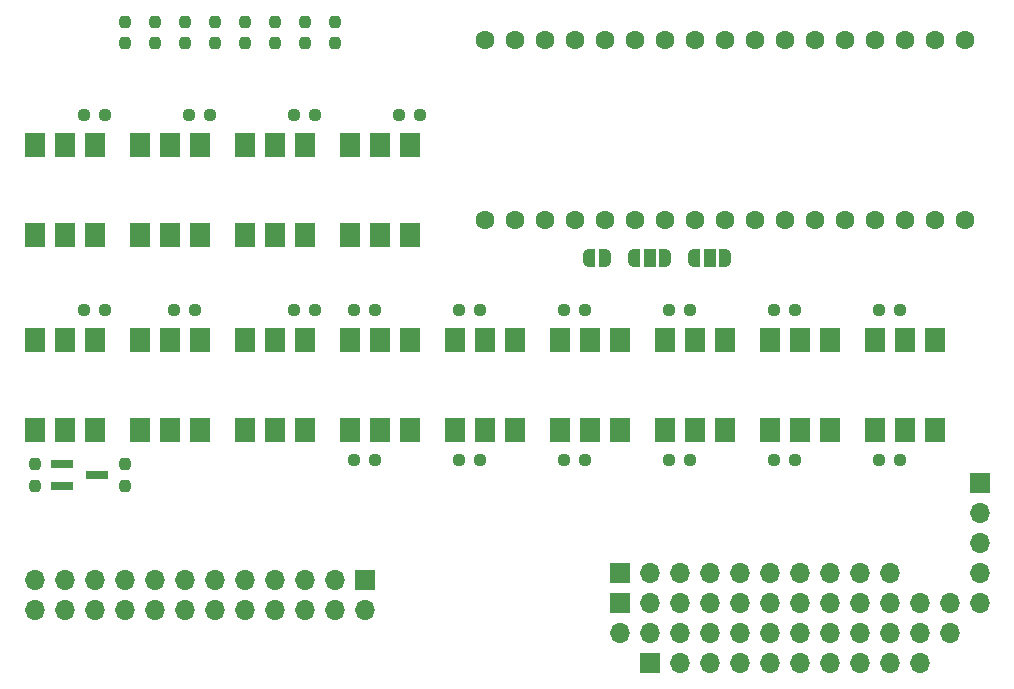
<source format=gbr>
%TF.GenerationSoftware,KiCad,Pcbnew,(6.0.7)*%
%TF.CreationDate,2022-09-10T09:27:16+02:00*%
%TF.ProjectId,K616_USB_IF,4b363136-5f55-4534-925f-49462e6b6963,0*%
%TF.SameCoordinates,PX73df160PY5f71980*%
%TF.FileFunction,Soldermask,Top*%
%TF.FilePolarity,Negative*%
%FSLAX46Y46*%
G04 Gerber Fmt 4.6, Leading zero omitted, Abs format (unit mm)*
G04 Created by KiCad (PCBNEW (6.0.7)) date 2022-09-10 09:27:16*
%MOMM*%
%LPD*%
G01*
G04 APERTURE LIST*
G04 Aperture macros list*
%AMRoundRect*
0 Rectangle with rounded corners*
0 $1 Rounding radius*
0 $2 $3 $4 $5 $6 $7 $8 $9 X,Y pos of 4 corners*
0 Add a 4 corners polygon primitive as box body*
4,1,4,$2,$3,$4,$5,$6,$7,$8,$9,$2,$3,0*
0 Add four circle primitives for the rounded corners*
1,1,$1+$1,$2,$3*
1,1,$1+$1,$4,$5*
1,1,$1+$1,$6,$7*
1,1,$1+$1,$8,$9*
0 Add four rect primitives between the rounded corners*
20,1,$1+$1,$2,$3,$4,$5,0*
20,1,$1+$1,$4,$5,$6,$7,0*
20,1,$1+$1,$6,$7,$8,$9,0*
20,1,$1+$1,$8,$9,$2,$3,0*%
%AMFreePoly0*
4,1,22,0.550000,-0.750000,0.000000,-0.750000,0.000000,-0.745033,-0.079941,-0.743568,-0.215256,-0.701293,-0.333266,-0.622738,-0.424486,-0.514219,-0.481581,-0.384460,-0.499164,-0.250000,-0.500000,-0.250000,-0.500000,0.250000,-0.499164,0.250000,-0.499963,0.256109,-0.478152,0.396186,-0.417904,0.524511,-0.324060,0.630769,-0.204165,0.706417,-0.067858,0.745374,0.000000,0.744959,0.000000,0.750000,
0.550000,0.750000,0.550000,-0.750000,0.550000,-0.750000,$1*%
%AMFreePoly1*
4,1,20,0.000000,0.744959,0.073905,0.744508,0.209726,0.703889,0.328688,0.626782,0.421226,0.519385,0.479903,0.390333,0.500000,0.250000,0.500000,-0.250000,0.499851,-0.262216,0.476331,-0.402017,0.414519,-0.529596,0.319384,-0.634700,0.198574,-0.708877,0.061801,-0.746166,0.000000,-0.745033,0.000000,-0.750000,-0.550000,-0.750000,-0.550000,0.750000,0.000000,0.750000,0.000000,0.744959,
0.000000,0.744959,$1*%
%AMFreePoly2*
4,1,22,0.500000,-0.750000,0.000000,-0.750000,0.000000,-0.745033,-0.079941,-0.743568,-0.215256,-0.701293,-0.333266,-0.622738,-0.424486,-0.514219,-0.481581,-0.384460,-0.499164,-0.250000,-0.500000,-0.250000,-0.500000,0.250000,-0.499164,0.250000,-0.499963,0.256109,-0.478152,0.396186,-0.417904,0.524511,-0.324060,0.630769,-0.204165,0.706417,-0.067858,0.745374,0.000000,0.744959,0.000000,0.750000,
0.500000,0.750000,0.500000,-0.750000,0.500000,-0.750000,$1*%
%AMFreePoly3*
4,1,20,0.000000,0.744959,0.073905,0.744508,0.209726,0.703889,0.328688,0.626782,0.421226,0.519385,0.479903,0.390333,0.500000,0.250000,0.500000,-0.250000,0.499851,-0.262216,0.476331,-0.402017,0.414519,-0.529596,0.319384,-0.634700,0.198574,-0.708877,0.061801,-0.746166,0.000000,-0.745033,0.000000,-0.750000,-0.500000,-0.750000,-0.500000,0.750000,0.000000,0.750000,0.000000,0.744959,
0.000000,0.744959,$1*%
G04 Aperture macros list end*
%ADD10RoundRect,0.237500X-0.237500X0.250000X-0.237500X-0.250000X0.237500X-0.250000X0.237500X0.250000X0*%
%ADD11RoundRect,0.237500X0.250000X0.237500X-0.250000X0.237500X-0.250000X-0.237500X0.250000X-0.237500X0*%
%ADD12RoundRect,0.237500X-0.250000X-0.237500X0.250000X-0.237500X0.250000X0.237500X-0.250000X0.237500X0*%
%ADD13R,1.780000X2.000000*%
%ADD14C,1.600000*%
%ADD15R,1.700000X1.700000*%
%ADD16O,1.700000X1.700000*%
%ADD17FreePoly0,180.000000*%
%ADD18R,1.000000X1.500000*%
%ADD19FreePoly1,180.000000*%
%ADD20R,1.900000X0.800000*%
%ADD21FreePoly2,0.000000*%
%ADD22FreePoly3,0.000000*%
G04 APERTURE END LIST*
D10*
%TO.C,R17*%
X-20320000Y9802500D03*
X-20320000Y7977500D03*
%TD*%
D11*
%TO.C,R8*%
X-4167500Y22860000D03*
X-5992500Y22860000D03*
%TD*%
D10*
%TO.C,R25*%
X-17780000Y47267500D03*
X-17780000Y45442500D03*
%TD*%
D12*
%TO.C,R4*%
X16867500Y22860000D03*
X18692500Y22860000D03*
%TD*%
D11*
%TO.C,R15*%
X9802500Y10160000D03*
X7977500Y10160000D03*
%TD*%
%TO.C,R11*%
X45362500Y10160000D03*
X43537500Y10160000D03*
%TD*%
%TO.C,R13*%
X27582500Y10160000D03*
X25757500Y10160000D03*
%TD*%
D13*
%TO.C,U4*%
X16510000Y12700000D03*
X19050000Y12700000D03*
X21590000Y12700000D03*
X21590000Y20320000D03*
X19050000Y20320000D03*
X16510000Y20320000D03*
%TD*%
D12*
%TO.C,R5*%
X7977500Y22860000D03*
X9802500Y22860000D03*
%TD*%
D13*
%TO.C,U1*%
X43180000Y12700000D03*
X45720000Y12700000D03*
X48260000Y12700000D03*
X48260000Y20320000D03*
X45720000Y20320000D03*
X43180000Y20320000D03*
%TD*%
D14*
%TO.C,U14*%
X10160000Y30460000D03*
X12700000Y30460000D03*
X15240000Y30460000D03*
X17780000Y30460000D03*
X20320000Y30460000D03*
X22860000Y30460000D03*
X25400000Y30460000D03*
X27940000Y30460000D03*
X30480000Y30460000D03*
X33020000Y30460000D03*
X35560000Y30460000D03*
X38100000Y30460000D03*
X40640000Y30460000D03*
X43180000Y30460000D03*
X45720000Y30460000D03*
X48260000Y30460000D03*
X50800000Y30460000D03*
X50800000Y45700000D03*
X48260000Y45700000D03*
X45720000Y45700000D03*
X43180000Y45700000D03*
X40640000Y45700000D03*
X38100000Y45700000D03*
X35560000Y45700000D03*
X33020000Y45700000D03*
X30480000Y45700000D03*
X27940000Y45700000D03*
X25400000Y45700000D03*
X22860000Y45700000D03*
X20320000Y45700000D03*
X17780000Y45700000D03*
X15240000Y45700000D03*
X12700000Y45700000D03*
X10160000Y45700000D03*
%TD*%
D11*
%TO.C,R9*%
X-13057500Y39370000D03*
X-14882500Y39370000D03*
%TD*%
D13*
%TO.C,U11*%
X3810000Y36830000D03*
X1270000Y36830000D03*
X-1270000Y36830000D03*
X-1270000Y29210000D03*
X1270000Y29210000D03*
X3810000Y29210000D03*
%TD*%
D10*
%TO.C,R26*%
X-20320000Y47267500D03*
X-20320000Y45442500D03*
%TD*%
D12*
%TO.C,R3*%
X25757500Y22860000D03*
X27582500Y22860000D03*
%TD*%
%TO.C,R2*%
X34647500Y22860000D03*
X36472500Y22860000D03*
%TD*%
D11*
%TO.C,R16*%
X912500Y10160000D03*
X-912500Y10160000D03*
%TD*%
D15*
%TO.C,J4*%
X21590000Y-1905000D03*
D16*
X21590000Y-4445000D03*
X24130000Y-1905000D03*
X24130000Y-4445000D03*
X26670000Y-1905000D03*
X26670000Y-4445000D03*
X29210000Y-1905000D03*
X29210000Y-4445000D03*
X31750000Y-1905000D03*
X31750000Y-4445000D03*
X34290000Y-1905000D03*
X34290000Y-4445000D03*
X36830000Y-1905000D03*
X36830000Y-4445000D03*
X39370000Y-1905000D03*
X39370000Y-4445000D03*
X41910000Y-1905000D03*
X41910000Y-4445000D03*
X44450000Y-1905000D03*
X44450000Y-4445000D03*
X46990000Y-1905000D03*
X46990000Y-4445000D03*
X49530000Y-1905000D03*
X49530000Y-4445000D03*
%TD*%
D13*
%TO.C,U8*%
X-13970000Y36830000D03*
X-16510000Y36830000D03*
X-19050000Y36830000D03*
X-19050000Y29210000D03*
X-16510000Y29210000D03*
X-13970000Y29210000D03*
%TD*%
D10*
%TO.C,R20*%
X-5080000Y47267500D03*
X-5080000Y45442500D03*
%TD*%
%TO.C,R22*%
X-10160000Y47267500D03*
X-10160000Y45442500D03*
%TD*%
D17*
%TO.C,JP2*%
X25430000Y27305000D03*
D18*
X24130000Y27305000D03*
D19*
X22830000Y27305000D03*
%TD*%
D12*
%TO.C,R1*%
X43537500Y22860000D03*
X45362500Y22860000D03*
%TD*%
D10*
%TO.C,R18*%
X-27940000Y9802500D03*
X-27940000Y7977500D03*
%TD*%
D11*
%TO.C,R10*%
X-21947500Y22860000D03*
X-23772500Y22860000D03*
%TD*%
D12*
%TO.C,R6*%
X-912500Y22860000D03*
X912500Y22860000D03*
%TD*%
D20*
%TO.C,Q1*%
X-25630000Y9840000D03*
X-25630000Y7940000D03*
X-22630000Y8890000D03*
%TD*%
D10*
%TO.C,R19*%
X-2540000Y47267500D03*
X-2540000Y45442500D03*
%TD*%
D11*
%TO.C,R7*%
X-14327500Y22860000D03*
X-16152500Y22860000D03*
%TD*%
D13*
%TO.C,U2*%
X34290000Y12700000D03*
X36830000Y12700000D03*
X39370000Y12700000D03*
X39370000Y20320000D03*
X36830000Y20320000D03*
X34290000Y20320000D03*
%TD*%
D11*
%TO.C,R12*%
X36472500Y10160000D03*
X34647500Y10160000D03*
%TD*%
D17*
%TO.C,JP1*%
X30510000Y27305000D03*
D18*
X29210000Y27305000D03*
D19*
X27910000Y27305000D03*
%TD*%
D13*
%TO.C,U3*%
X25400000Y12700000D03*
X27940000Y12700000D03*
X30480000Y12700000D03*
X30480000Y20320000D03*
X27940000Y20320000D03*
X25400000Y20320000D03*
%TD*%
%TO.C,U9*%
X-19050000Y12700000D03*
X-16510000Y12700000D03*
X-13970000Y12700000D03*
X-13970000Y20320000D03*
X-16510000Y20320000D03*
X-19050000Y20320000D03*
%TD*%
%TO.C,U6*%
X-1270000Y12700000D03*
X1270000Y12700000D03*
X3810000Y12700000D03*
X3810000Y20320000D03*
X1270000Y20320000D03*
X-1270000Y20320000D03*
%TD*%
%TO.C,U12*%
X-5080000Y36830000D03*
X-7620000Y36830000D03*
X-10160000Y36830000D03*
X-10160000Y29210000D03*
X-7620000Y29210000D03*
X-5080000Y29210000D03*
%TD*%
D10*
%TO.C,R23*%
X-12700000Y47267500D03*
X-12700000Y45442500D03*
%TD*%
D13*
%TO.C,U13*%
X-22860000Y36830000D03*
X-25400000Y36830000D03*
X-27940000Y36830000D03*
X-27940000Y29210000D03*
X-25400000Y29210000D03*
X-22860000Y29210000D03*
%TD*%
%TO.C,U5*%
X7620000Y12700000D03*
X10160000Y12700000D03*
X12700000Y12700000D03*
X12700000Y20320000D03*
X10160000Y20320000D03*
X7620000Y20320000D03*
%TD*%
D12*
%TO.C,R28*%
X-5992500Y39370000D03*
X-4167500Y39370000D03*
%TD*%
D11*
%TO.C,R14*%
X18692500Y10160000D03*
X16867500Y10160000D03*
%TD*%
D10*
%TO.C,R24*%
X-15240000Y47267500D03*
X-15240000Y45442500D03*
%TD*%
D12*
%TO.C,R29*%
X-23772500Y39370000D03*
X-21947500Y39370000D03*
%TD*%
%TO.C,R27*%
X2897500Y39370000D03*
X4722500Y39370000D03*
%TD*%
D15*
%TO.C,J1*%
X0Y0D03*
D16*
X0Y-2540000D03*
X-2540000Y0D03*
X-2540000Y-2540000D03*
X-5080000Y0D03*
X-5080000Y-2540000D03*
X-7620000Y0D03*
X-7620000Y-2540000D03*
X-10160000Y0D03*
X-10160000Y-2540000D03*
X-12700000Y0D03*
X-12700000Y-2540000D03*
X-15240000Y0D03*
X-15240000Y-2540000D03*
X-17780000Y0D03*
X-17780000Y-2540000D03*
X-20320000Y0D03*
X-20320000Y-2540000D03*
X-22860000Y0D03*
X-22860000Y-2540000D03*
X-25400000Y0D03*
X-25400000Y-2540000D03*
X-27940000Y0D03*
X-27940000Y-2540000D03*
%TD*%
D13*
%TO.C,U7*%
X-5080000Y20320000D03*
X-7620000Y20320000D03*
X-10160000Y20320000D03*
X-10160000Y12700000D03*
X-7620000Y12700000D03*
X-5080000Y12700000D03*
%TD*%
%TO.C,U10*%
X-22860000Y20320000D03*
X-25400000Y20320000D03*
X-27940000Y20320000D03*
X-27940000Y12700000D03*
X-25400000Y12700000D03*
X-22860000Y12700000D03*
%TD*%
D21*
%TO.C,JP3*%
X19035000Y27305000D03*
D22*
X20335000Y27305000D03*
%TD*%
D10*
%TO.C,R21*%
X-7620000Y47267500D03*
X-7620000Y45442500D03*
%TD*%
D15*
%TO.C,J5*%
X52070000Y8255000D03*
D16*
X52070000Y5715000D03*
X52070000Y3175000D03*
X52070000Y635000D03*
X52070000Y-1905000D03*
%TD*%
D15*
%TO.C,J2*%
X21590000Y635000D03*
D16*
X24130000Y635000D03*
X26670000Y635000D03*
X29210000Y635000D03*
X31750000Y635000D03*
X34290000Y635000D03*
X36830000Y635000D03*
X39370000Y635000D03*
X41910000Y635000D03*
X44450000Y635000D03*
%TD*%
D15*
%TO.C,J3*%
X24130000Y-6985000D03*
D16*
X26670000Y-6985000D03*
X29210000Y-6985000D03*
X31750000Y-6985000D03*
X34290000Y-6985000D03*
X36830000Y-6985000D03*
X39370000Y-6985000D03*
X41910000Y-6985000D03*
X44450000Y-6985000D03*
X46990000Y-6985000D03*
%TD*%
M02*

</source>
